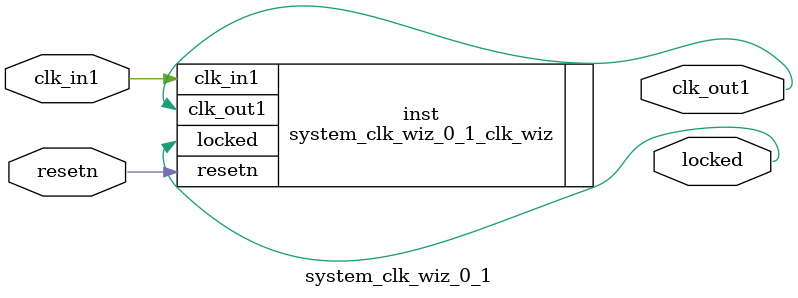
<source format=v>


`timescale 1ps/1ps

(* CORE_GENERATION_INFO = "system_clk_wiz_0_1,clk_wiz_v5_4_2_0,{component_name=system_clk_wiz_0_1,use_phase_alignment=true,use_min_o_jitter=false,use_max_i_jitter=false,use_dyn_phase_shift=false,use_inclk_switchover=false,use_dyn_reconfig=false,enable_axi=0,feedback_source=FDBK_AUTO,PRIMITIVE=MMCM,num_out_clk=1,clkin1_period=10.000,clkin2_period=10.000,use_power_down=false,use_reset=true,use_locked=true,use_inclk_stopped=false,feedback_type=SINGLE,CLOCK_MGR_TYPE=NA,manual_override=false}" *)

module system_clk_wiz_0_1 
 (
  // Clock out ports
  output        clk_out1,
  // Status and control signals
  input         resetn,
  output        locked,
 // Clock in ports
  input         clk_in1
 );

  system_clk_wiz_0_1_clk_wiz inst
  (
  // Clock out ports  
  .clk_out1(clk_out1),
  // Status and control signals               
  .resetn(resetn), 
  .locked(locked),
 // Clock in ports
  .clk_in1(clk_in1)
  );

endmodule

</source>
